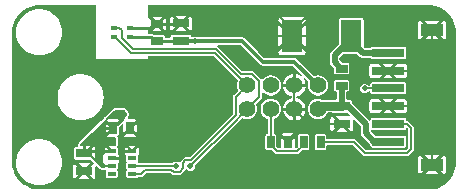
<source format=gbr>
%TF.GenerationSoftware,KiCad,Pcbnew,8.0.3*%
%TF.CreationDate,2024-07-01T09:22:30+07:00*%
%TF.ProjectId,WeatherStation,57656174-6865-4725-9374-6174696f6e2e,rev?*%
%TF.SameCoordinates,Original*%
%TF.FileFunction,Copper,L1,Top*%
%TF.FilePolarity,Positive*%
%FSLAX46Y46*%
G04 Gerber Fmt 4.6, Leading zero omitted, Abs format (unit mm)*
G04 Created by KiCad (PCBNEW 8.0.3) date 2024-07-01 09:22:30*
%MOMM*%
%LPD*%
G01*
G04 APERTURE LIST*
%TA.AperFunction,SMDPad,CuDef*%
%ADD10R,0.650000X1.000000*%
%TD*%
%TA.AperFunction,SMDPad,CuDef*%
%ADD11R,0.500000X0.300000*%
%TD*%
%TA.AperFunction,SMDPad,CuDef*%
%ADD12R,1.400000X0.800000*%
%TD*%
%TA.AperFunction,SMDPad,CuDef*%
%ADD13R,1.800000X2.700000*%
%TD*%
%TA.AperFunction,SMDPad,CuDef*%
%ADD14R,1.000000X0.650000*%
%TD*%
%TA.AperFunction,SMDPad,CuDef*%
%ADD15R,2.700000X0.700000*%
%TD*%
%TA.AperFunction,SMDPad,CuDef*%
%ADD16R,1.900000X1.100000*%
%TD*%
%TA.AperFunction,SMDPad,CuDef*%
%ADD17R,0.700000X0.350000*%
%TD*%
%TA.AperFunction,ComponentPad*%
%ADD18C,1.400000*%
%TD*%
%TA.AperFunction,ViaPad*%
%ADD19C,0.480000*%
%TD*%
%TA.AperFunction,Conductor*%
%ADD20C,0.160000*%
%TD*%
%TA.AperFunction,Conductor*%
%ADD21C,0.250000*%
%TD*%
%TA.AperFunction,Conductor*%
%ADD22C,0.500000*%
%TD*%
%TA.AperFunction,Conductor*%
%ADD23C,0.750000*%
%TD*%
%TA.AperFunction,Conductor*%
%ADD24C,0.320000*%
%TD*%
G04 APERTURE END LIST*
D10*
%TO.P,C69,1,1*%
%TO.N,/SENSORS/VOUT*%
X213475001Y-117900001D03*
%TO.P,C69,2,2*%
%TO.N,GND1*%
X214925001Y-117900001D03*
%TD*%
D11*
%TO.P,U12,1,SDA*%
%TO.N,/SENSORS/SDA1*%
X200175000Y-108200001D03*
%TO.P,U12,2,SCL*%
%TO.N,/SENSORS/SCL1*%
X200175000Y-109000001D03*
%TO.P,U12,3,VDD*%
%TO.N,VSEN1*%
X201575000Y-109000001D03*
%TO.P,U12,4,GND*%
%TO.N,GND1*%
X201575000Y-108200001D03*
%TD*%
D12*
%TO.P,C63,1,1*%
%TO.N,VDD1*%
X219475002Y-114850000D03*
%TO.P,C63,2,2*%
%TO.N,GND1*%
X219475002Y-116350000D03*
%TD*%
D13*
%TO.P,C65,+,+*%
%TO.N,Net-(U11-VLED)*%
X220275002Y-108900000D03*
%TO.P,C65,-,-*%
%TO.N,GND1*%
X215275002Y-108900000D03*
%TD*%
D14*
%TO.P,C66,1,1*%
%TO.N,VSEN1*%
X203875000Y-109324999D03*
%TO.P,C66,2,2*%
%TO.N,GND1*%
X203875000Y-107875001D03*
%TD*%
D10*
%TO.P,R36,1,1*%
%TO.N,/SENSORS/VOUT*%
X216250001Y-117900001D03*
%TO.P,R36,2,2*%
%TO.N,Net-(U11-VOUT)*%
X217700001Y-117900001D03*
%TD*%
D15*
%TO.P,U11,1,VLED*%
%TO.N,Net-(U11-VLED)*%
X223425002Y-110350000D03*
%TO.P,U11,2,LED_GND*%
%TO.N,GND1*%
X223425002Y-111850000D03*
%TO.P,U11,3,~{LED_EN}*%
%TO.N,/SENSORS/~{LED_EN}*%
X223425002Y-113350000D03*
%TO.P,U11,4,GND*%
%TO.N,GND1*%
X223425002Y-114850000D03*
%TO.P,U11,5,VOUT*%
%TO.N,Net-(U11-VOUT)*%
X223425002Y-116350000D03*
%TO.P,U11,6,VCC*%
%TO.N,VDD1*%
X223425002Y-117850000D03*
D16*
%TO.P,U11,7,EP*%
%TO.N,GND1*%
X227125002Y-119800000D03*
%TO.P,U11,8,EP*%
X227125002Y-108400000D03*
%TD*%
D12*
%TO.P,C67,1,1*%
%TO.N,VSEN1*%
X205875000Y-109350000D03*
%TO.P,C67,2,2*%
%TO.N,GND1*%
X205875000Y-107850000D03*
%TD*%
D17*
%TO.P,U14,1,GND*%
%TO.N,GND1*%
X201750000Y-118625000D03*
%TO.P,U14,2,CSB*%
%TO.N,unconnected-(U14-CSB-Pad2)*%
X201750000Y-119275001D03*
%TO.P,U14,3,SDI/SDA*%
%TO.N,/SENSORS/SDA1*%
X201750000Y-119925001D03*
%TO.P,U14,4,SCK/SCL*%
%TO.N,/SENSORS/SCL1*%
X201750000Y-120575002D03*
%TO.P,U14,5,SDO*%
%TO.N,unconnected-(U14-SDO-Pad5)*%
X200000000Y-120575002D03*
%TO.P,U14,6,VDDIO*%
%TO.N,VSEN1*%
X200000000Y-119925001D03*
%TO.P,U14,7,GND*%
%TO.N,GND1*%
X200000000Y-119275001D03*
%TO.P,U14,8,VDD*%
%TO.N,VSEN1*%
X200000000Y-118625000D03*
%TD*%
D10*
%TO.P,C74,1,1*%
%TO.N,VSEN1*%
X200125001Y-116700001D03*
%TO.P,C74,2,2*%
%TO.N,GND1*%
X201574999Y-116700001D03*
%TD*%
D12*
%TO.P,C75,1,1*%
%TO.N,VSEN1*%
X197675000Y-118850001D03*
%TO.P,C75,2,2*%
%TO.N,GND1*%
X197675000Y-120350001D03*
%TD*%
D14*
%TO.P,R33,1,1*%
%TO.N,VDD1*%
X219475002Y-113124999D03*
%TO.P,R33,2,2*%
%TO.N,Net-(U11-VLED)*%
X219475002Y-111675001D03*
%TD*%
D18*
%TO.P,J6,1,1*%
%TO.N,VSEN1*%
X217475001Y-113100001D03*
%TO.P,J6,2,2*%
%TO.N,VDD1*%
X217475001Y-115100001D03*
%TO.P,J6,3,3*%
%TO.N,GND1*%
X215475001Y-113100001D03*
%TO.P,J6,4,4*%
X215475001Y-115100001D03*
%TO.P,J6,5,5*%
%TO.N,/SENSORS/~{LED_EN}*%
X213475001Y-113100001D03*
%TO.P,J6,6,6*%
%TO.N,/SENSORS/VOUT*%
X213475001Y-115100001D03*
%TO.P,J6,7,7*%
%TO.N,/SENSORS/SCL1*%
X211475001Y-113100001D03*
%TO.P,J6,8,8*%
%TO.N,/SENSORS/SDA1*%
X211475001Y-115100001D03*
%TD*%
D19*
%TO.N,GND1*%
X207375000Y-116850000D03*
X216675002Y-109900000D03*
X213875002Y-109900000D03*
X228125002Y-118300000D03*
X200875000Y-121000001D03*
X197375000Y-111350000D03*
X212750000Y-120575002D03*
X220375000Y-117350000D03*
X216675002Y-108900000D03*
X207375000Y-107850000D03*
X207750000Y-120575002D03*
X217750000Y-120575002D03*
X204375000Y-113850000D03*
X213875002Y-108900000D03*
X209875000Y-107850000D03*
X199875000Y-111350000D03*
X207375000Y-113850000D03*
X200875000Y-119600001D03*
X215250000Y-120575002D03*
X228125002Y-113300000D03*
X228125002Y-110800000D03*
X220250000Y-120575002D03*
X222375000Y-107850000D03*
X204375000Y-116850000D03*
X197375000Y-116850000D03*
X216675002Y-107900000D03*
X225250000Y-120575002D03*
X210375000Y-110350000D03*
X210250000Y-120575002D03*
X193875000Y-116850000D03*
X212375000Y-107850000D03*
X228125002Y-115800000D03*
X222750000Y-120575002D03*
X224875000Y-107850000D03*
X193875000Y-113850000D03*
X197375000Y-108850000D03*
X200875000Y-118100001D03*
X210875000Y-116850000D03*
X207375000Y-111350000D03*
X193875000Y-111350000D03*
X202375000Y-111350000D03*
X213875002Y-107900000D03*
%TO.N,VSEN1*%
X207100004Y-109350000D03*
X200950003Y-115500001D03*
%TO.N,/SENSORS/SDA1*%
X205450000Y-119925001D03*
X206650000Y-119925001D03*
%TO.N,/SENSORS/~{LED_EN}*%
X221425002Y-113350000D03*
%TD*%
D20*
%TO.N,GND1*%
X220250000Y-120575002D02*
X222750000Y-120575002D01*
X217750000Y-120575002D02*
X219975000Y-120575002D01*
X200900000Y-119225001D02*
X200900000Y-117375000D01*
X216725000Y-116350000D02*
X216725000Y-116575000D01*
X216950001Y-120575002D02*
X217750000Y-120575002D01*
X215475001Y-113100001D02*
X215475001Y-115100001D01*
X216300002Y-116350000D02*
X216750001Y-116350000D01*
X216675002Y-108900000D02*
X213875002Y-108900000D01*
X212750000Y-120575002D02*
X210250000Y-120575002D01*
X225325002Y-106600000D02*
X217175002Y-106600000D01*
D21*
X200000000Y-119275001D02*
X200900000Y-119275001D01*
D20*
X225525002Y-111850000D02*
X225875002Y-112200000D01*
X213875002Y-108900000D02*
X213875002Y-107900000D01*
X215250000Y-120575002D02*
X212750000Y-120575002D01*
X225250000Y-120575002D02*
X226350000Y-120575002D01*
D21*
X203875000Y-107875001D02*
X205849999Y-107875001D01*
D20*
X227125002Y-108400000D02*
X227125002Y-110250000D01*
X226350000Y-120575002D02*
X227125002Y-119800000D01*
X216750001Y-116350000D02*
X216725000Y-116350000D01*
X223425002Y-111850000D02*
X225525002Y-111850000D01*
X215475001Y-109099999D02*
X215275002Y-108900000D01*
X216950001Y-116800001D02*
X216950001Y-120575002D01*
X217175002Y-106600000D02*
X215275002Y-108500000D01*
X200900000Y-119225001D02*
X200900000Y-118625001D01*
D21*
X203274900Y-108200001D02*
X203599900Y-107875001D01*
D20*
X216725000Y-116350000D02*
X215475001Y-115100001D01*
X206675000Y-107050000D02*
X205875000Y-107850000D01*
X215275002Y-108500000D02*
X215275002Y-108900000D01*
X205849999Y-107875001D02*
X205875000Y-107850000D01*
X222750000Y-120575002D02*
X225250000Y-120575002D01*
X214025002Y-107050000D02*
X206675000Y-107050000D01*
X219975000Y-120575002D02*
X220250000Y-120575002D01*
X225125002Y-114850000D02*
X227125002Y-116850000D01*
X210250000Y-120575002D02*
X207750000Y-120575002D01*
X201575000Y-108200001D02*
X201675000Y-108200001D01*
X227125002Y-116850000D02*
X227125002Y-119800000D01*
X225875002Y-114100000D02*
X225125002Y-114850000D01*
X219475002Y-116350000D02*
X216750001Y-116350000D01*
X201749999Y-118625001D02*
X201750000Y-118625000D01*
X225125002Y-114850000D02*
X223425002Y-114850000D01*
X215275002Y-108900000D02*
X216675002Y-108900000D01*
X200900000Y-117375000D02*
X201574999Y-116700001D01*
X214925001Y-117900001D02*
X214925001Y-117725001D01*
X200900000Y-119275001D02*
X200900000Y-119225001D01*
X227125002Y-110250000D02*
X225525002Y-111850000D01*
X215275002Y-108900000D02*
X215275002Y-108300000D01*
X215275002Y-108300000D02*
X214025002Y-107050000D01*
X214925001Y-117725001D02*
X216300002Y-116350000D01*
X227125002Y-108400000D02*
X225325002Y-106600000D01*
D21*
X200900000Y-118625001D02*
X201749999Y-118625001D01*
D20*
X225875002Y-112200000D02*
X225875002Y-114100000D01*
D21*
X203599900Y-107875001D02*
X203875000Y-107875001D01*
D20*
X219975000Y-120575002D02*
X215250000Y-120575002D01*
D21*
X201675000Y-108200001D02*
X203274900Y-108200001D01*
D20*
X216725000Y-116575000D02*
X216950001Y-116800001D01*
D22*
%TO.N,VDD1*%
X219475002Y-114850000D02*
X219475002Y-113124999D01*
X222224901Y-117850000D02*
X221524901Y-117150000D01*
X221524901Y-116375000D02*
X219999901Y-114850000D01*
X221524901Y-117150000D02*
X221524901Y-116375000D01*
X223425002Y-117850000D02*
X222224901Y-117850000D01*
D23*
X219475002Y-114850000D02*
X217725002Y-114850000D01*
D22*
X219999901Y-114850000D02*
X219475002Y-114850000D01*
D23*
X217725002Y-114850000D02*
X217475001Y-115100001D01*
D22*
%TO.N,Net-(U11-VLED)*%
X218874901Y-110550000D02*
X220275002Y-109149899D01*
X220275002Y-109350101D02*
X220275002Y-108900000D01*
X219449902Y-111675001D02*
X218874901Y-111100000D01*
X219475002Y-111675001D02*
X219449902Y-111675001D01*
X223425002Y-110350000D02*
X221274901Y-110350000D01*
X220275002Y-109149899D02*
X220275002Y-108900000D01*
X218874901Y-111100000D02*
X218874901Y-110550000D01*
X221274901Y-110350000D02*
X220275002Y-109350101D01*
D21*
%TO.N,VSEN1*%
X200449998Y-116325003D02*
X200950003Y-115824998D01*
X201675000Y-109000001D02*
X203324902Y-109000001D01*
D20*
X198025000Y-118850001D02*
X197675000Y-118850001D01*
X199100000Y-119925001D02*
X198025000Y-118850001D01*
X200125001Y-116700001D02*
X200125001Y-116325003D01*
X200000000Y-119925001D02*
X199100000Y-119925001D01*
D24*
X211074901Y-109350000D02*
X212824901Y-111100000D01*
D20*
X205849999Y-109324999D02*
X205875000Y-109350000D01*
D24*
X207100004Y-109350000D02*
X211074901Y-109350000D01*
D21*
X200000000Y-118625000D02*
X197900001Y-118625000D01*
D20*
X201575000Y-109000001D02*
X201675000Y-109000001D01*
D24*
X212824901Y-111100000D02*
X215475000Y-111100000D01*
D20*
X197900001Y-118625000D02*
X197675000Y-118850001D01*
D24*
X215475000Y-111100000D02*
X217475001Y-113100001D01*
D21*
X200950003Y-115824998D02*
X200950003Y-115500001D01*
X203649900Y-109324999D02*
X203875000Y-109324999D01*
X197675000Y-118850001D02*
X197675000Y-118150001D01*
X199125000Y-116700001D02*
X200125001Y-116700001D01*
D24*
X207100004Y-109350000D02*
X205875000Y-109350000D01*
D21*
X203875000Y-109324999D02*
X205849999Y-109324999D01*
X197675000Y-118150001D02*
X199125000Y-116700001D01*
X200125001Y-116325003D02*
X200449998Y-116325003D01*
X203324902Y-109000001D02*
X203649900Y-109324999D01*
D20*
%TO.N,/SENSORS/VOUT*%
X213990001Y-118640001D02*
X213475001Y-118125001D01*
X215735001Y-118640001D02*
X213990001Y-118640001D01*
X213475001Y-117900001D02*
X213475001Y-115100001D01*
X213475001Y-118125001D02*
X213475001Y-117900001D01*
X216250001Y-117900001D02*
X216250001Y-118125001D01*
X216250001Y-118125001D02*
X215735001Y-118640001D01*
%TO.N,Net-(U11-VOUT)*%
X221450001Y-118800001D02*
X220550001Y-117900001D01*
X223425002Y-116350000D02*
X225000000Y-116350000D01*
X220550001Y-117900001D02*
X217700001Y-117900001D01*
X225350001Y-118500001D02*
X225050001Y-118800001D01*
X225000000Y-116350000D02*
X225350001Y-116700001D01*
X225050001Y-118800001D02*
X221450001Y-118800001D01*
X225350001Y-116700001D02*
X225350001Y-118500001D01*
%TO.N,/SENSORS/SCL1*%
X206697452Y-119425001D02*
X210524901Y-115597552D01*
X202850000Y-120245001D02*
X205070000Y-120245001D01*
X205070000Y-120245001D02*
X205250000Y-120425001D01*
X200175000Y-109000001D02*
X200275000Y-109000001D01*
X206050000Y-119625001D02*
X206250000Y-119425001D01*
X208725000Y-110350000D02*
X211475001Y-113100001D01*
X201750000Y-120575002D02*
X202519999Y-120575002D01*
X202519999Y-120575002D02*
X202850000Y-120245001D01*
X205250000Y-120425001D02*
X205750000Y-120425001D01*
X201624999Y-110350000D02*
X208725000Y-110350000D01*
X210524901Y-115597552D02*
X210524901Y-114050101D01*
X210524901Y-114050101D02*
X211475001Y-113100001D01*
X206050000Y-120125001D02*
X206050000Y-119625001D01*
X206250000Y-119425001D02*
X206697452Y-119425001D01*
X205750000Y-120425001D02*
X206050000Y-120125001D01*
X200275000Y-109000001D02*
X201624999Y-110350000D01*
%TO.N,/SENSORS/SDA1*%
X212475001Y-114100001D02*
X212475001Y-112700001D01*
X201799999Y-110025000D02*
X200850000Y-109075001D01*
X210000000Y-116575001D02*
X207575001Y-119000001D01*
X200850000Y-109075001D02*
X200850000Y-108400000D01*
X212475001Y-112700001D02*
X211925000Y-112150000D01*
X200650001Y-108200001D02*
X200175000Y-108200001D01*
X200850000Y-108400000D02*
X200650001Y-108200001D01*
X211475001Y-115100001D02*
X210000000Y-116575001D01*
X206650000Y-119925001D02*
X210000000Y-116575001D01*
X208852548Y-110025000D02*
X201799999Y-110025000D01*
X211475001Y-115100001D02*
X212475001Y-114100001D01*
X201750000Y-119925001D02*
X205450000Y-119925001D01*
X210977548Y-112150000D02*
X208852548Y-110025000D01*
X211925000Y-112150000D02*
X210977548Y-112150000D01*
%TO.N,/SENSORS/~{LED_EN}*%
X223425002Y-113350000D02*
X221425002Y-113350000D01*
%TD*%
%TA.AperFunction,Conductor*%
%TO.N,VSEN1*%
G36*
X201093058Y-115218483D02*
G01*
X201098139Y-115223140D01*
X201251861Y-115376862D01*
X201274699Y-115425838D01*
X201275000Y-115432723D01*
X201275000Y-115667278D01*
X201256518Y-115718058D01*
X201251861Y-115723139D01*
X200743002Y-116231997D01*
X200743000Y-116232000D01*
X200350000Y-116625001D01*
X200350000Y-116651779D01*
X200125001Y-116876778D01*
X200125001Y-116876779D01*
X199620826Y-117380951D01*
X199702457Y-117435496D01*
X199702455Y-117435496D01*
X199775377Y-117450001D01*
X200271000Y-117450001D01*
X200321780Y-117468483D01*
X200348800Y-117515283D01*
X200350000Y-117529001D01*
X200350000Y-118121000D01*
X200331518Y-118171780D01*
X200284718Y-118198800D01*
X200271000Y-118200000D01*
X199751776Y-118200000D01*
X200120915Y-118569139D01*
X200143753Y-118618115D01*
X200129767Y-118670313D01*
X200120915Y-118680861D01*
X200055861Y-118745915D01*
X200006885Y-118768753D01*
X199954687Y-118754767D01*
X199944139Y-118745915D01*
X199469049Y-118270825D01*
X199469047Y-118270825D01*
X199414505Y-118352454D01*
X199414504Y-118352455D01*
X199400000Y-118425376D01*
X199400000Y-118824623D01*
X199400120Y-118825227D01*
X199400082Y-118825468D01*
X199400380Y-118828485D01*
X199399606Y-118828561D01*
X199391899Y-118878637D01*
X199378500Y-118896500D01*
X199275000Y-118999999D01*
X199275000Y-119000001D01*
X199275000Y-119600001D01*
X199376861Y-119701862D01*
X199399699Y-119750837D01*
X199400000Y-119757723D01*
X199400000Y-120021001D01*
X199381518Y-120071781D01*
X199334718Y-120098801D01*
X199321000Y-120100001D01*
X199257722Y-120100001D01*
X199206942Y-120081519D01*
X199201861Y-120076862D01*
X198601084Y-119476085D01*
X198578246Y-119427109D01*
X198591260Y-119376333D01*
X198610494Y-119347548D01*
X198610495Y-119347546D01*
X198625000Y-119274624D01*
X198625000Y-118425377D01*
X198610495Y-118352455D01*
X198610494Y-118352454D01*
X198555240Y-118269761D01*
X198481372Y-118220404D01*
X198481370Y-118220404D01*
X197730860Y-118970916D01*
X197681884Y-118993754D01*
X197629687Y-118979768D01*
X197619138Y-118970916D01*
X197554084Y-118905862D01*
X197531246Y-118856886D01*
X197545232Y-118804688D01*
X197554084Y-118794140D01*
X198148224Y-118200001D01*
X197415722Y-118200001D01*
X197364942Y-118181519D01*
X197337922Y-118134719D01*
X197347306Y-118081501D01*
X197359861Y-118065140D01*
X198326777Y-117098224D01*
X199550001Y-117098224D01*
X199948224Y-116700002D01*
X199948224Y-116700000D01*
X199550001Y-116301777D01*
X199550001Y-117098224D01*
X198326777Y-117098224D01*
X199405951Y-116019049D01*
X199620825Y-116019049D01*
X200125000Y-116523224D01*
X200125002Y-116523224D01*
X200629174Y-116019050D01*
X200629174Y-116019048D01*
X200547547Y-115964506D01*
X200547546Y-115964505D01*
X200474625Y-115950001D01*
X199775377Y-115950001D01*
X199702456Y-115964505D01*
X199702456Y-115964506D01*
X199640187Y-116006112D01*
X199621653Y-116010646D01*
X199620825Y-116019049D01*
X199405951Y-116019049D01*
X199488180Y-115936820D01*
X199525032Y-115919635D01*
X199532589Y-115893711D01*
X199540437Y-115884564D01*
X200201861Y-115223140D01*
X200250837Y-115200302D01*
X200257722Y-115200001D01*
X201042278Y-115200001D01*
X201093058Y-115218483D01*
G37*
%TD.AperFunction*%
%TD*%
%TA.AperFunction,Conductor*%
%TO.N,GND1*%
G36*
X198646780Y-106318982D02*
G01*
X198673800Y-106365782D01*
X198675000Y-106379500D01*
X198675000Y-110900001D01*
X203075000Y-110900001D01*
X203075000Y-110669500D01*
X203093482Y-110618720D01*
X203140282Y-110591700D01*
X203154000Y-110590500D01*
X208592659Y-110590500D01*
X208643439Y-110608982D01*
X208648520Y-110613639D01*
X210677715Y-112642833D01*
X210700553Y-112691809D01*
X210690272Y-112738191D01*
X210684564Y-112748076D01*
X210684562Y-112748083D01*
X210628671Y-112920097D01*
X210628669Y-112920106D01*
X210609761Y-113099999D01*
X210609761Y-113100002D01*
X210628669Y-113279895D01*
X210628671Y-113279904D01*
X210684562Y-113451918D01*
X210684565Y-113451926D01*
X210690269Y-113461806D01*
X210699653Y-113515023D01*
X210677715Y-113557166D01*
X210321015Y-113913867D01*
X210317277Y-113922893D01*
X210284401Y-114002263D01*
X210284401Y-114002264D01*
X210284401Y-115465211D01*
X210265919Y-115515991D01*
X210261262Y-115521072D01*
X206620972Y-119161362D01*
X206571996Y-119184200D01*
X206565111Y-119184501D01*
X206297839Y-119184501D01*
X206202162Y-119184501D01*
X206155360Y-119203887D01*
X206113769Y-119221114D01*
X206113768Y-119221115D01*
X205846114Y-119488767D01*
X205846112Y-119488770D01*
X205816230Y-119560910D01*
X205816231Y-119560911D01*
X205813466Y-119567588D01*
X205776961Y-119607434D01*
X205723385Y-119614492D01*
X205694711Y-119598761D01*
X205693372Y-119600605D01*
X205688340Y-119596949D01*
X205575306Y-119539355D01*
X205575302Y-119539354D01*
X205450002Y-119519509D01*
X205449998Y-119519509D01*
X205324697Y-119539354D01*
X205324693Y-119539355D01*
X205211659Y-119596949D01*
X205194117Y-119614492D01*
X205147246Y-119661362D01*
X205098272Y-119684200D01*
X205091386Y-119684501D01*
X202291492Y-119684501D01*
X202240712Y-119666019D01*
X202225808Y-119649394D01*
X202222132Y-119643893D01*
X202209285Y-119591403D01*
X202222130Y-119556112D01*
X202251187Y-119512625D01*
X202260500Y-119465807D01*
X202260500Y-119084195D01*
X202254765Y-119055366D01*
X202262985Y-119001958D01*
X202276389Y-118984091D01*
X202280239Y-118980240D01*
X202335494Y-118897546D01*
X202335495Y-118897545D01*
X202350000Y-118824623D01*
X202350000Y-118425376D01*
X202335495Y-118352455D01*
X202280950Y-118270825D01*
X202280949Y-118270825D01*
X201805860Y-118745915D01*
X201756884Y-118768753D01*
X201704686Y-118754767D01*
X201694138Y-118745915D01*
X201219049Y-118270825D01*
X201219047Y-118270825D01*
X201164505Y-118352454D01*
X201164504Y-118352455D01*
X201150000Y-118425376D01*
X201150000Y-118824623D01*
X201164504Y-118897545D01*
X201164505Y-118897546D01*
X201219760Y-118980240D01*
X201223610Y-118984090D01*
X201246451Y-119033064D01*
X201245234Y-119055365D01*
X201239500Y-119084194D01*
X201239500Y-119465806D01*
X201248812Y-119512624D01*
X201277869Y-119556112D01*
X201290712Y-119608603D01*
X201277869Y-119643890D01*
X201248812Y-119687377D01*
X201239500Y-119734195D01*
X201239500Y-120115806D01*
X201248812Y-120162624D01*
X201255638Y-120172840D01*
X201277869Y-120206111D01*
X201290713Y-120258600D01*
X201277870Y-120293888D01*
X201248813Y-120337376D01*
X201248812Y-120337378D01*
X201239500Y-120384196D01*
X201239500Y-120765807D01*
X201248812Y-120812625D01*
X201284285Y-120865716D01*
X201306509Y-120880565D01*
X201337376Y-120901189D01*
X201384194Y-120910502D01*
X202115806Y-120910502D01*
X202162624Y-120901189D01*
X202215714Y-120865716D01*
X202225805Y-120850612D01*
X202269384Y-120818658D01*
X202291492Y-120815502D01*
X202567836Y-120815502D01*
X202567838Y-120815502D01*
X202656232Y-120778888D01*
X202926480Y-120508639D01*
X202975456Y-120485802D01*
X202982341Y-120485501D01*
X204937658Y-120485501D01*
X204988438Y-120503983D01*
X204993519Y-120508639D01*
X205046100Y-120561219D01*
X205046114Y-120561233D01*
X205113768Y-120628887D01*
X205202162Y-120665501D01*
X205202164Y-120665501D01*
X205797837Y-120665501D01*
X205797839Y-120665501D01*
X205886233Y-120628887D01*
X205915121Y-120599999D01*
X226501778Y-120599999D01*
X226501779Y-120600000D01*
X227748225Y-120600000D01*
X227748225Y-120599999D01*
X227125003Y-119976777D01*
X227125001Y-119976777D01*
X226501778Y-120599999D01*
X205915121Y-120599999D01*
X206253886Y-120261234D01*
X206257247Y-120253120D01*
X206293754Y-120213277D01*
X206347330Y-120206222D01*
X206386095Y-120227489D01*
X206411656Y-120253050D01*
X206411659Y-120253052D01*
X206524693Y-120310646D01*
X206524695Y-120310646D01*
X206524696Y-120310647D01*
X206566464Y-120317262D01*
X206649998Y-120330493D01*
X206650000Y-120330493D01*
X206650002Y-120330493D01*
X206712652Y-120320570D01*
X206775304Y-120310647D01*
X206888342Y-120253051D01*
X206978050Y-120163343D01*
X207035646Y-120050305D01*
X207054691Y-119930061D01*
X207055492Y-119925003D01*
X207055492Y-119925001D01*
X207052850Y-119908324D01*
X207063160Y-119855277D01*
X207075012Y-119840106D01*
X207689741Y-119225376D01*
X225925002Y-119225376D01*
X225925002Y-120374623D01*
X225939506Y-120447545D01*
X225939507Y-120447546D01*
X225994761Y-120530240D01*
X226077456Y-120585494D01*
X226077458Y-120585495D01*
X226148584Y-120599641D01*
X226948225Y-119800001D01*
X226948225Y-119799998D01*
X227301778Y-119799998D01*
X227301778Y-119800001D01*
X228101419Y-120599642D01*
X228172545Y-120585495D01*
X228172547Y-120585494D01*
X228255242Y-120530240D01*
X228310496Y-120447546D01*
X228310497Y-120447545D01*
X228325002Y-120374623D01*
X228325002Y-119225376D01*
X228310497Y-119152454D01*
X228310496Y-119152453D01*
X228255242Y-119069759D01*
X228172548Y-119014505D01*
X228101419Y-119000356D01*
X227301778Y-119799998D01*
X226948225Y-119799998D01*
X226148583Y-119000356D01*
X226077456Y-119014505D01*
X226077455Y-119014505D01*
X225994761Y-119069759D01*
X225939507Y-119152453D01*
X225939506Y-119152454D01*
X225925002Y-119225376D01*
X207689741Y-119225376D01*
X207700119Y-119214998D01*
X207700128Y-119214993D01*
X207711234Y-119203887D01*
X210203886Y-116711234D01*
X211020193Y-115894925D01*
X211069167Y-115872089D01*
X211108183Y-115878617D01*
X211207627Y-115922893D01*
X211384559Y-115960501D01*
X211384563Y-115960501D01*
X211565439Y-115960501D01*
X211565443Y-115960501D01*
X211742375Y-115922893D01*
X211907621Y-115849321D01*
X212051133Y-115745054D01*
X212053956Y-115743003D01*
X212053956Y-115743002D01*
X212053960Y-115743000D01*
X212174995Y-115608576D01*
X212265437Y-115451926D01*
X212321333Y-115279895D01*
X212339598Y-115106118D01*
X212340241Y-115100002D01*
X212340241Y-115099999D01*
X212609761Y-115099999D01*
X212609761Y-115100002D01*
X212628669Y-115279895D01*
X212628671Y-115279904D01*
X212684562Y-115451918D01*
X212684565Y-115451926D01*
X212736781Y-115542367D01*
X212749928Y-115565139D01*
X212775007Y-115608576D01*
X212896042Y-115743000D01*
X212896043Y-115743001D01*
X212896045Y-115743003D01*
X213042375Y-115849317D01*
X213042381Y-115849321D01*
X213187633Y-115913991D01*
X213226506Y-115951530D01*
X213234501Y-115986161D01*
X213234501Y-117160501D01*
X213216019Y-117211281D01*
X213169219Y-117238301D01*
X213155501Y-117239501D01*
X213134195Y-117239501D01*
X213087377Y-117248813D01*
X213034286Y-117284286D01*
X212998813Y-117337377D01*
X212989501Y-117384195D01*
X212989501Y-118415806D01*
X212998813Y-118462624D01*
X213034286Y-118515715D01*
X213060832Y-118533451D01*
X213087377Y-118551188D01*
X213134195Y-118560501D01*
X213537660Y-118560501D01*
X213588440Y-118578983D01*
X213593510Y-118583629D01*
X213853768Y-118843887D01*
X213942162Y-118880501D01*
X213942163Y-118880501D01*
X213942164Y-118880501D01*
X215782838Y-118880501D01*
X215782840Y-118880501D01*
X215871234Y-118843887D01*
X216131481Y-118583639D01*
X216180457Y-118560802D01*
X216187342Y-118560501D01*
X216590807Y-118560501D01*
X216637625Y-118551188D01*
X216690715Y-118515715D01*
X216726188Y-118462625D01*
X216735501Y-118415807D01*
X216735501Y-117384195D01*
X216726188Y-117337377D01*
X216690715Y-117284286D01*
X216650985Y-117257741D01*
X216637625Y-117248814D01*
X216637624Y-117248813D01*
X216590807Y-117239501D01*
X215909195Y-117239501D01*
X215862377Y-117248813D01*
X215809286Y-117284286D01*
X215773813Y-117337377D01*
X215764501Y-117384195D01*
X215764501Y-118237660D01*
X215746019Y-118288440D01*
X215741362Y-118293521D01*
X215658521Y-118376362D01*
X215609545Y-118399200D01*
X215602660Y-118399501D01*
X215579001Y-118399501D01*
X215528221Y-118381019D01*
X215501201Y-118334219D01*
X215500001Y-118320501D01*
X215500001Y-117501777D01*
X215500000Y-117501777D01*
X214980862Y-118020916D01*
X214931886Y-118043754D01*
X214879688Y-118029768D01*
X214869140Y-118020916D01*
X214350001Y-117501777D01*
X214350001Y-118320501D01*
X214331519Y-118371281D01*
X214284719Y-118398301D01*
X214271001Y-118399501D01*
X214122342Y-118399501D01*
X214071562Y-118381019D01*
X214066481Y-118376362D01*
X213983640Y-118293521D01*
X213960802Y-118244545D01*
X213960501Y-118237660D01*
X213960501Y-117384195D01*
X213951188Y-117337377D01*
X213915715Y-117284286D01*
X213875985Y-117257741D01*
X213862625Y-117248814D01*
X213862624Y-117248813D01*
X213815807Y-117239501D01*
X213794501Y-117239501D01*
X213743721Y-117221019D01*
X213742583Y-117219048D01*
X214420826Y-117219048D01*
X214420826Y-117219050D01*
X214925000Y-117723224D01*
X214925002Y-117723224D01*
X215429174Y-117219050D01*
X215429174Y-117219048D01*
X215347547Y-117164506D01*
X215347546Y-117164505D01*
X215274625Y-117150001D01*
X214575377Y-117150001D01*
X214502456Y-117164505D01*
X214502455Y-117164506D01*
X214420826Y-117219048D01*
X213742583Y-117219048D01*
X213716701Y-117174219D01*
X213715501Y-117160501D01*
X213715501Y-116999999D01*
X219001778Y-116999999D01*
X219001779Y-117000000D01*
X219948225Y-117000000D01*
X219948225Y-116999999D01*
X219475003Y-116526777D01*
X219475001Y-116526777D01*
X219001778Y-116999999D01*
X213715501Y-116999999D01*
X213715501Y-115986161D01*
X213733983Y-115935381D01*
X213762369Y-115913991D01*
X213907621Y-115849321D01*
X214051133Y-115745054D01*
X214053956Y-115743003D01*
X214053956Y-115743002D01*
X214053960Y-115743000D01*
X214174995Y-115608576D01*
X214265437Y-115451926D01*
X214321333Y-115279895D01*
X214339598Y-115106118D01*
X214340241Y-115100002D01*
X214340241Y-115099999D01*
X214333373Y-115034658D01*
X214321333Y-114920107D01*
X214318808Y-114912337D01*
X214265439Y-114748083D01*
X214265437Y-114748076D01*
X214174995Y-114591426D01*
X214053960Y-114457002D01*
X214053957Y-114457000D01*
X214053956Y-114456998D01*
X213907626Y-114350684D01*
X213907623Y-114350682D01*
X213907621Y-114350681D01*
X213826357Y-114314500D01*
X213742378Y-114277110D01*
X213742373Y-114277108D01*
X213667905Y-114261280D01*
X213565443Y-114239501D01*
X213384559Y-114239501D01*
X213305392Y-114256328D01*
X213207628Y-114277108D01*
X213207623Y-114277110D01*
X213042385Y-114350679D01*
X213042375Y-114350684D01*
X212896045Y-114456998D01*
X212896042Y-114457002D01*
X212775006Y-114591426D01*
X212684565Y-114748076D01*
X212684562Y-114748083D01*
X212628671Y-114920097D01*
X212628669Y-114920106D01*
X212609761Y-115099999D01*
X212340241Y-115099999D01*
X212333373Y-115034658D01*
X212321333Y-114920107D01*
X212318808Y-114912337D01*
X212265439Y-114748083D01*
X212265437Y-114748076D01*
X212259732Y-114738194D01*
X212250347Y-114684976D01*
X212272283Y-114642835D01*
X212678887Y-114236233D01*
X212715501Y-114147839D01*
X212715501Y-114052162D01*
X212715501Y-113748290D01*
X212733983Y-113697510D01*
X212780783Y-113670490D01*
X212834001Y-113679874D01*
X212853207Y-113695426D01*
X212896042Y-113743000D01*
X212896043Y-113743001D01*
X212896045Y-113743003D01*
X213042375Y-113849317D01*
X213042381Y-113849321D01*
X213207627Y-113922893D01*
X213384559Y-113960501D01*
X213384563Y-113960501D01*
X213565439Y-113960501D01*
X213565443Y-113960501D01*
X213742375Y-113922893D01*
X213907621Y-113849321D01*
X214053960Y-113743000D01*
X214174995Y-113608576D01*
X214265437Y-113451926D01*
X214321333Y-113279895D01*
X214340241Y-113100001D01*
X214321333Y-112920107D01*
X214265437Y-112748076D01*
X214174995Y-112591426D01*
X214053960Y-112457002D01*
X214053957Y-112457000D01*
X214053956Y-112456998D01*
X213907626Y-112350684D01*
X213907623Y-112350682D01*
X213907621Y-112350681D01*
X213807906Y-112306285D01*
X213742378Y-112277110D01*
X213742373Y-112277108D01*
X213670998Y-112261937D01*
X213565443Y-112239501D01*
X213384559Y-112239501D01*
X213305392Y-112256328D01*
X213207628Y-112277108D01*
X213207623Y-112277110D01*
X213042385Y-112350679D01*
X213042375Y-112350684D01*
X212896045Y-112456998D01*
X212896041Y-112457003D01*
X212798273Y-112565585D01*
X212750559Y-112590954D01*
X212697701Y-112579719D01*
X212683704Y-112568584D01*
X212061234Y-111946114D01*
X212031768Y-111933909D01*
X211972839Y-111909500D01*
X211972838Y-111909500D01*
X211972837Y-111909500D01*
X211109888Y-111909500D01*
X211059108Y-111891018D01*
X211054027Y-111886361D01*
X208988784Y-109821116D01*
X208982310Y-109816790D01*
X208983665Y-109814761D01*
X208952254Y-109785979D01*
X208945199Y-109732403D01*
X208974234Y-109686826D01*
X209022327Y-109670500D01*
X210909424Y-109670500D01*
X210960204Y-109688982D01*
X210965285Y-109693639D01*
X212565673Y-111294027D01*
X212565678Y-111294033D01*
X212565679Y-111294033D01*
X212568435Y-111296789D01*
X212568437Y-111296792D01*
X212628109Y-111356464D01*
X212701192Y-111398659D01*
X212723034Y-111404511D01*
X212782707Y-111420501D01*
X212782708Y-111420501D01*
X212871932Y-111420501D01*
X212871948Y-111420500D01*
X215309523Y-111420500D01*
X215360303Y-111438982D01*
X215365384Y-111443639D01*
X216110064Y-112188319D01*
X216132902Y-112237295D01*
X216118916Y-112289493D01*
X216074650Y-112320488D01*
X216020816Y-112315778D01*
X216008748Y-112308183D01*
X216008577Y-112308441D01*
X216005353Y-112306287D01*
X215840306Y-112218067D01*
X215840303Y-112218065D01*
X215661240Y-112163747D01*
X215661237Y-112163746D01*
X215600001Y-112157715D01*
X215600001Y-112771148D01*
X215521079Y-112750001D01*
X215428923Y-112750001D01*
X215350001Y-112771148D01*
X215350001Y-112157715D01*
X215288764Y-112163746D01*
X215288761Y-112163747D01*
X215109698Y-112218065D01*
X215109695Y-112218067D01*
X214944652Y-112306285D01*
X214799998Y-112424998D01*
X214681285Y-112569652D01*
X214593067Y-112734695D01*
X214593065Y-112734698D01*
X214538747Y-112913761D01*
X214538746Y-112913764D01*
X214532716Y-112975001D01*
X215146148Y-112975001D01*
X215125001Y-113053923D01*
X215125001Y-113146079D01*
X215146148Y-113225001D01*
X214532716Y-113225001D01*
X214538746Y-113286237D01*
X214538747Y-113286240D01*
X214593065Y-113465303D01*
X214593067Y-113465306D01*
X214681285Y-113630349D01*
X214799998Y-113775003D01*
X214944652Y-113893716D01*
X215109695Y-113981934D01*
X215109699Y-113981936D01*
X215249692Y-114024403D01*
X215292920Y-114056830D01*
X215305191Y-114109458D01*
X215280763Y-114157660D01*
X215249692Y-114175599D01*
X215109699Y-114218065D01*
X215109695Y-114218067D01*
X214944652Y-114306285D01*
X214799998Y-114424998D01*
X214681285Y-114569652D01*
X214593067Y-114734695D01*
X214593065Y-114734698D01*
X214538747Y-114913761D01*
X214538746Y-114913764D01*
X214532716Y-114975001D01*
X215146148Y-114975001D01*
X215125001Y-115053923D01*
X215125001Y-115146079D01*
X215146148Y-115225001D01*
X214532716Y-115225001D01*
X214538746Y-115286237D01*
X214538747Y-115286240D01*
X214593065Y-115465303D01*
X214593067Y-115465306D01*
X214681285Y-115630349D01*
X214799998Y-115775003D01*
X214944652Y-115893716D01*
X215109695Y-115981934D01*
X215109701Y-115981937D01*
X215288759Y-116036253D01*
X215288766Y-116036255D01*
X215350000Y-116042285D01*
X215350001Y-116042285D01*
X215350001Y-115428853D01*
X215428923Y-115450001D01*
X215521079Y-115450001D01*
X215600001Y-115428853D01*
X215600001Y-116042285D01*
X215661235Y-116036255D01*
X215661242Y-116036253D01*
X215840300Y-115981937D01*
X215840306Y-115981934D01*
X216005349Y-115893716D01*
X216150003Y-115775003D01*
X216268716Y-115630349D01*
X216356934Y-115465306D01*
X216356936Y-115465303D01*
X216411254Y-115286240D01*
X216411255Y-115286237D01*
X216417286Y-115225001D01*
X215803854Y-115225001D01*
X215825001Y-115146079D01*
X215825001Y-115099999D01*
X216609761Y-115099999D01*
X216609761Y-115100002D01*
X216628669Y-115279895D01*
X216628671Y-115279904D01*
X216684562Y-115451918D01*
X216684565Y-115451926D01*
X216736781Y-115542367D01*
X216749928Y-115565139D01*
X216775007Y-115608576D01*
X216896042Y-115743000D01*
X216896043Y-115743001D01*
X216896045Y-115743003D01*
X217042375Y-115849317D01*
X217042381Y-115849321D01*
X217207627Y-115922893D01*
X217384559Y-115960501D01*
X217384563Y-115960501D01*
X217565439Y-115960501D01*
X217565443Y-115960501D01*
X217730693Y-115925376D01*
X218525002Y-115925376D01*
X218525002Y-116774623D01*
X218539506Y-116847545D01*
X218539507Y-116847546D01*
X218594760Y-116930238D01*
X218594761Y-116930239D01*
X218668628Y-116979595D01*
X218668630Y-116979595D01*
X219298225Y-116350001D01*
X219298225Y-116349998D01*
X218668630Y-115720403D01*
X218668628Y-115720403D01*
X218594764Y-115769758D01*
X218539506Y-115852455D01*
X218525002Y-115925376D01*
X217730693Y-115925376D01*
X217742375Y-115922893D01*
X217907621Y-115849321D01*
X218051133Y-115745054D01*
X218053956Y-115743003D01*
X218053956Y-115743002D01*
X218053960Y-115743000D01*
X218174995Y-115608576D01*
X218265437Y-115451926D01*
X218269284Y-115440087D01*
X218302554Y-115397504D01*
X218344417Y-115385500D01*
X218664936Y-115385500D01*
X218708822Y-115398811D01*
X218712378Y-115401187D01*
X218759196Y-115410500D01*
X219947144Y-115410500D01*
X219997924Y-115428982D01*
X220003005Y-115433639D01*
X220134505Y-115565139D01*
X220157343Y-115614115D01*
X220143357Y-115666313D01*
X220099091Y-115697308D01*
X220078644Y-115700000D01*
X219001778Y-115700000D01*
X219475002Y-116173223D01*
X219475003Y-116173223D01*
X220281373Y-116979595D01*
X220281374Y-116979595D01*
X220355242Y-116930239D01*
X220410496Y-116847546D01*
X220410497Y-116847545D01*
X220425002Y-116774623D01*
X220425002Y-116046358D01*
X220443484Y-115995578D01*
X220490284Y-115968558D01*
X220543502Y-115977942D01*
X220559863Y-115990497D01*
X221091262Y-116521896D01*
X221114100Y-116570872D01*
X221114401Y-116577757D01*
X221114401Y-117204043D01*
X221142375Y-117308446D01*
X221142376Y-117308448D01*
X221196420Y-117402055D01*
X221891363Y-118096997D01*
X221914201Y-118145973D01*
X221914502Y-118152858D01*
X221914502Y-118215805D01*
X221923814Y-118262623D01*
X221959287Y-118315714D01*
X221964852Y-118319432D01*
X222012378Y-118351187D01*
X222059196Y-118360500D01*
X224790808Y-118360500D01*
X224837626Y-118351187D01*
X224890716Y-118315714D01*
X224926189Y-118262624D01*
X224935502Y-118215806D01*
X224935502Y-117484194D01*
X224926189Y-117437376D01*
X224902589Y-117402055D01*
X224890716Y-117384285D01*
X224841180Y-117351188D01*
X224837626Y-117348813D01*
X224837625Y-117348812D01*
X224790808Y-117339500D01*
X222327658Y-117339500D01*
X222276878Y-117321018D01*
X222271797Y-117316361D01*
X221958540Y-117003104D01*
X221935702Y-116954128D01*
X221935401Y-116947243D01*
X221935401Y-116932137D01*
X221953883Y-116881357D01*
X222000683Y-116854337D01*
X222029812Y-116854654D01*
X222059196Y-116860500D01*
X222059197Y-116860500D01*
X224790808Y-116860500D01*
X224837626Y-116851187D01*
X224890716Y-116815714D01*
X224926189Y-116762624D01*
X224926189Y-116762623D01*
X224930511Y-116756155D01*
X224933306Y-116758022D01*
X224960292Y-116728560D01*
X225013867Y-116721495D01*
X225052646Y-116742765D01*
X225086362Y-116776481D01*
X225109200Y-116825457D01*
X225109501Y-116832342D01*
X225109501Y-118367660D01*
X225091019Y-118418440D01*
X225086362Y-118423521D01*
X224973521Y-118536362D01*
X224924545Y-118559200D01*
X224917660Y-118559501D01*
X221582342Y-118559501D01*
X221531562Y-118541019D01*
X221526481Y-118536362D01*
X220686237Y-117696117D01*
X220686235Y-117696115D01*
X220656769Y-117683910D01*
X220597840Y-117659501D01*
X220597839Y-117659501D01*
X220597838Y-117659501D01*
X218264501Y-117659501D01*
X218213721Y-117641019D01*
X218186701Y-117594219D01*
X218185501Y-117580501D01*
X218185501Y-117384195D01*
X218176188Y-117337377D01*
X218140715Y-117284286D01*
X218100985Y-117257741D01*
X218087625Y-117248814D01*
X218087624Y-117248813D01*
X218040807Y-117239501D01*
X217359195Y-117239501D01*
X217312377Y-117248813D01*
X217259286Y-117284286D01*
X217223813Y-117337377D01*
X217214501Y-117384195D01*
X217214501Y-118415806D01*
X217223813Y-118462624D01*
X217259286Y-118515715D01*
X217285832Y-118533451D01*
X217312377Y-118551188D01*
X217359195Y-118560501D01*
X218040807Y-118560501D01*
X218087625Y-118551188D01*
X218140715Y-118515715D01*
X218176188Y-118462625D01*
X218185501Y-118415807D01*
X218185501Y-118219501D01*
X218203983Y-118168721D01*
X218250783Y-118141701D01*
X218264501Y-118140501D01*
X220417660Y-118140501D01*
X220468440Y-118158983D01*
X220473521Y-118163640D01*
X221313764Y-119003884D01*
X221313766Y-119003886D01*
X221313767Y-119003886D01*
X221313768Y-119003887D01*
X221402162Y-119040501D01*
X221402163Y-119040501D01*
X221402164Y-119040501D01*
X225097838Y-119040501D01*
X225097840Y-119040501D01*
X225186234Y-119003887D01*
X225190121Y-119000000D01*
X226501778Y-119000000D01*
X227125001Y-119623223D01*
X227125003Y-119623223D01*
X227748226Y-119000000D01*
X226501778Y-119000000D01*
X225190121Y-119000000D01*
X225553887Y-118636234D01*
X225590501Y-118547840D01*
X225590501Y-118452162D01*
X225590501Y-116652163D01*
X225580101Y-116627053D01*
X225568295Y-116598551D01*
X225553889Y-116563771D01*
X225553884Y-116563764D01*
X225136234Y-116146114D01*
X225106768Y-116133909D01*
X225047839Y-116109500D01*
X225047838Y-116109500D01*
X225047837Y-116109500D01*
X225014502Y-116109500D01*
X224963722Y-116091018D01*
X224936702Y-116044218D01*
X224935502Y-116030500D01*
X224935502Y-115984194D01*
X224926189Y-115937376D01*
X224890716Y-115884285D01*
X224849183Y-115856535D01*
X224837626Y-115848813D01*
X224837625Y-115848812D01*
X224790808Y-115839500D01*
X222059196Y-115839500D01*
X222012378Y-115848812D01*
X221959287Y-115884285D01*
X221923814Y-115937376D01*
X221914502Y-115984194D01*
X221914502Y-115993343D01*
X221896020Y-116044123D01*
X221849220Y-116071143D01*
X221796002Y-116061759D01*
X221779651Y-116049215D01*
X221776954Y-116046518D01*
X220358641Y-114628205D01*
X220335803Y-114579229D01*
X220335502Y-114572344D01*
X220335502Y-114475376D01*
X221825002Y-114475376D01*
X221825002Y-115224623D01*
X221839506Y-115297545D01*
X221839507Y-115297546D01*
X221894761Y-115380240D01*
X221977455Y-115435494D01*
X221977456Y-115435495D01*
X222050378Y-115450000D01*
X222648224Y-115450000D01*
X222648226Y-115449999D01*
X223001778Y-115449999D01*
X223001779Y-115450000D01*
X223848225Y-115450000D01*
X223848225Y-115449999D01*
X223425003Y-115026777D01*
X223425001Y-115026777D01*
X223001778Y-115449999D01*
X222648226Y-115449999D01*
X222648227Y-115449998D01*
X223248225Y-114850001D01*
X223248225Y-114849999D01*
X223601779Y-114849999D01*
X223601779Y-114850001D01*
X224201776Y-115449998D01*
X224201780Y-115450000D01*
X224799626Y-115450000D01*
X224872547Y-115435495D01*
X224872548Y-115435494D01*
X224955242Y-115380240D01*
X225010496Y-115297546D01*
X225010497Y-115297545D01*
X225025002Y-115224623D01*
X225025002Y-114475376D01*
X225010497Y-114402454D01*
X225010496Y-114402453D01*
X224955242Y-114319759D01*
X224872548Y-114264505D01*
X224872547Y-114264504D01*
X224799626Y-114250000D01*
X224201780Y-114250000D01*
X224201776Y-114250001D01*
X223601779Y-114849999D01*
X223248225Y-114849999D01*
X222648227Y-114250001D01*
X222648224Y-114250000D01*
X223001778Y-114250000D01*
X223425001Y-114673223D01*
X223425003Y-114673223D01*
X223848226Y-114250000D01*
X223001778Y-114250000D01*
X222648224Y-114250000D01*
X222050378Y-114250000D01*
X221977456Y-114264504D01*
X221977455Y-114264505D01*
X221894761Y-114319759D01*
X221839507Y-114402453D01*
X221839506Y-114402454D01*
X221825002Y-114475376D01*
X220335502Y-114475376D01*
X220335502Y-114434194D01*
X220326189Y-114387376D01*
X220290716Y-114334285D01*
X220241180Y-114301188D01*
X220237626Y-114298813D01*
X220237625Y-114298812D01*
X220190808Y-114289500D01*
X219964502Y-114289500D01*
X219913722Y-114271018D01*
X219886702Y-114224218D01*
X219885502Y-114210500D01*
X219885502Y-113689499D01*
X219903984Y-113638719D01*
X219950784Y-113611699D01*
X219964502Y-113610499D01*
X219990808Y-113610499D01*
X220037626Y-113601186D01*
X220090716Y-113565713D01*
X220126189Y-113512623D01*
X220135502Y-113465805D01*
X220135502Y-113349997D01*
X221019510Y-113349997D01*
X221019510Y-113350002D01*
X221039355Y-113475302D01*
X221039356Y-113475306D01*
X221096950Y-113588340D01*
X221096952Y-113588343D01*
X221186658Y-113678049D01*
X221186661Y-113678051D01*
X221299695Y-113735645D01*
X221299697Y-113735645D01*
X221299698Y-113735646D01*
X221341466Y-113742261D01*
X221425000Y-113755492D01*
X221425002Y-113755492D01*
X221425004Y-113755492D01*
X221503874Y-113743000D01*
X221550306Y-113735646D01*
X221663344Y-113678050D01*
X221727755Y-113613638D01*
X221776730Y-113590801D01*
X221783616Y-113590500D01*
X221835502Y-113590500D01*
X221886282Y-113608982D01*
X221913302Y-113655782D01*
X221914502Y-113669500D01*
X221914502Y-113715806D01*
X221916354Y-113725118D01*
X221923814Y-113762623D01*
X221959287Y-113815714D01*
X221985833Y-113833450D01*
X222012378Y-113851187D01*
X222059196Y-113860500D01*
X224790808Y-113860500D01*
X224837626Y-113851187D01*
X224890716Y-113815714D01*
X224926189Y-113762624D01*
X224935502Y-113715806D01*
X224935502Y-112984194D01*
X224926189Y-112937376D01*
X224890716Y-112884285D01*
X224850986Y-112857740D01*
X224837626Y-112848813D01*
X224837625Y-112848812D01*
X224790808Y-112839500D01*
X222059196Y-112839500D01*
X222012378Y-112848812D01*
X221959287Y-112884285D01*
X221923814Y-112937376D01*
X221914502Y-112984194D01*
X221914502Y-113030500D01*
X221896020Y-113081280D01*
X221849220Y-113108300D01*
X221835502Y-113109500D01*
X221783616Y-113109500D01*
X221732836Y-113091018D01*
X221727765Y-113086371D01*
X221663344Y-113021950D01*
X221663341Y-113021948D01*
X221663342Y-113021948D01*
X221550308Y-112964354D01*
X221550304Y-112964353D01*
X221425004Y-112944508D01*
X221425000Y-112944508D01*
X221299699Y-112964353D01*
X221299695Y-112964354D01*
X221186661Y-113021948D01*
X221186658Y-113021950D01*
X221096952Y-113111656D01*
X221096950Y-113111659D01*
X221039356Y-113224693D01*
X221039355Y-113224697D01*
X221019510Y-113349997D01*
X220135502Y-113349997D01*
X220135502Y-112784193D01*
X220126189Y-112737375D01*
X220097537Y-112694493D01*
X220090716Y-112684284D01*
X220042641Y-112652163D01*
X220037626Y-112648812D01*
X220037625Y-112648811D01*
X219990808Y-112639499D01*
X218959196Y-112639499D01*
X218912378Y-112648811D01*
X218859287Y-112684284D01*
X218823814Y-112737375D01*
X218814502Y-112784193D01*
X218814502Y-113465804D01*
X218823814Y-113512622D01*
X218859287Y-113565713D01*
X218885833Y-113583449D01*
X218912378Y-113601186D01*
X218959196Y-113610499D01*
X218985502Y-113610499D01*
X219036282Y-113628981D01*
X219063302Y-113675781D01*
X219064502Y-113689499D01*
X219064502Y-114210500D01*
X219046020Y-114261280D01*
X218999220Y-114288300D01*
X218985502Y-114289500D01*
X218759196Y-114289500D01*
X218712379Y-114298812D01*
X218712378Y-114298813D01*
X218708822Y-114301188D01*
X218664936Y-114314500D01*
X217843149Y-114314500D01*
X217811017Y-114307670D01*
X217742378Y-114277110D01*
X217742373Y-114277108D01*
X217667905Y-114261280D01*
X217565443Y-114239501D01*
X217384559Y-114239501D01*
X217305392Y-114256328D01*
X217207628Y-114277108D01*
X217207623Y-114277110D01*
X217042385Y-114350679D01*
X217042375Y-114350684D01*
X216896045Y-114456998D01*
X216896042Y-114457002D01*
X216775006Y-114591426D01*
X216684565Y-114748076D01*
X216684562Y-114748083D01*
X216628671Y-114920097D01*
X216628669Y-114920106D01*
X216609761Y-115099999D01*
X215825001Y-115099999D01*
X215825001Y-115053923D01*
X215803854Y-114975001D01*
X216417286Y-114975001D01*
X216411255Y-114913764D01*
X216411254Y-114913761D01*
X216356936Y-114734698D01*
X216356934Y-114734695D01*
X216268716Y-114569652D01*
X216150003Y-114424998D01*
X216005349Y-114306285D01*
X215840306Y-114218067D01*
X215840303Y-114218065D01*
X215700309Y-114175599D01*
X215657081Y-114143172D01*
X215644810Y-114090544D01*
X215669238Y-114042342D01*
X215700309Y-114024403D01*
X215840303Y-113981936D01*
X215840306Y-113981934D01*
X216005349Y-113893716D01*
X216150003Y-113775003D01*
X216268716Y-113630349D01*
X216356934Y-113465306D01*
X216356936Y-113465303D01*
X216411254Y-113286240D01*
X216411255Y-113286237D01*
X216417286Y-113225001D01*
X215803854Y-113225001D01*
X215825001Y-113146079D01*
X215825001Y-113053923D01*
X215803854Y-112975001D01*
X216417286Y-112975001D01*
X216411255Y-112913764D01*
X216411254Y-112913761D01*
X216356936Y-112734698D01*
X216356934Y-112734695D01*
X216268714Y-112569648D01*
X216266561Y-112566425D01*
X216267867Y-112565552D01*
X216251826Y-112519937D01*
X216270861Y-112469361D01*
X216317952Y-112442853D01*
X216371064Y-112452817D01*
X216386682Y-112464937D01*
X216646716Y-112724971D01*
X216669554Y-112773947D01*
X216665989Y-112805244D01*
X216628669Y-112920106D01*
X216609761Y-113099999D01*
X216609761Y-113100002D01*
X216628669Y-113279895D01*
X216628671Y-113279904D01*
X216684562Y-113451918D01*
X216684565Y-113451926D01*
X216720579Y-113514304D01*
X216775006Y-113608575D01*
X216776738Y-113610499D01*
X216896042Y-113743000D01*
X216896043Y-113743001D01*
X216896045Y-113743003D01*
X217042375Y-113849317D01*
X217042381Y-113849321D01*
X217207627Y-113922893D01*
X217384559Y-113960501D01*
X217384563Y-113960501D01*
X217565439Y-113960501D01*
X217565443Y-113960501D01*
X217742375Y-113922893D01*
X217907621Y-113849321D01*
X218053960Y-113743000D01*
X218174995Y-113608576D01*
X218265437Y-113451926D01*
X218321333Y-113279895D01*
X218340241Y-113100001D01*
X218321333Y-112920107D01*
X218265437Y-112748076D01*
X218174995Y-112591426D01*
X218053960Y-112457002D01*
X218053957Y-112457000D01*
X218053956Y-112456998D01*
X217907626Y-112350684D01*
X217907623Y-112350682D01*
X217907621Y-112350681D01*
X217807906Y-112306285D01*
X217742378Y-112277110D01*
X217742373Y-112277108D01*
X217670998Y-112261937D01*
X217565443Y-112239501D01*
X217384559Y-112239501D01*
X217291515Y-112259278D01*
X217207629Y-112277108D01*
X217207623Y-112277110D01*
X217186466Y-112286530D01*
X217132558Y-112290298D01*
X217098475Y-112270220D01*
X215735973Y-110907718D01*
X215735961Y-110907704D01*
X215671796Y-110843539D01*
X215671793Y-110843537D01*
X215671792Y-110843536D01*
X215598709Y-110801341D01*
X215598706Y-110801340D01*
X215517197Y-110779500D01*
X215517195Y-110779500D01*
X212990378Y-110779500D01*
X212939598Y-110761018D01*
X212934517Y-110756361D01*
X212404934Y-110226778D01*
X214125002Y-110226778D01*
X214125002Y-110274623D01*
X214139506Y-110347545D01*
X214139507Y-110347546D01*
X214194761Y-110430240D01*
X214277455Y-110485494D01*
X214277456Y-110485495D01*
X214350378Y-110500000D01*
X216199626Y-110500000D01*
X216219956Y-110495956D01*
X218464401Y-110495956D01*
X218464401Y-111154043D01*
X218492375Y-111258446D01*
X218492376Y-111258448D01*
X218514514Y-111296792D01*
X218546419Y-111352053D01*
X218669742Y-111475376D01*
X218791363Y-111596996D01*
X218814201Y-111645973D01*
X218814502Y-111652858D01*
X218814502Y-112015806D01*
X218823814Y-112062624D01*
X218859287Y-112115715D01*
X218885833Y-112133451D01*
X218912378Y-112151188D01*
X218959196Y-112160501D01*
X219990808Y-112160501D01*
X220037626Y-112151188D01*
X220090716Y-112115715D01*
X220126189Y-112062625D01*
X220135502Y-112015807D01*
X220135502Y-111475376D01*
X221825002Y-111475376D01*
X221825002Y-112224623D01*
X221839506Y-112297545D01*
X221839507Y-112297546D01*
X221894761Y-112380240D01*
X221977455Y-112435494D01*
X221977456Y-112435495D01*
X222050378Y-112450000D01*
X222648224Y-112450000D01*
X222648226Y-112449999D01*
X223001778Y-112449999D01*
X223001779Y-112450000D01*
X223848225Y-112450000D01*
X223848225Y-112449999D01*
X223425003Y-112026777D01*
X223425001Y-112026777D01*
X223001778Y-112449999D01*
X222648226Y-112449999D01*
X222648227Y-112449998D01*
X223248225Y-111850001D01*
X223248225Y-111849999D01*
X223601779Y-111849999D01*
X223601779Y-111850001D01*
X224201776Y-112449998D01*
X224201780Y-112450000D01*
X224799626Y-112450000D01*
X224872547Y-112435495D01*
X224872548Y-112435494D01*
X224955242Y-112380240D01*
X225010496Y-112297546D01*
X225010497Y-112297545D01*
X225025002Y-112224623D01*
X225025002Y-111475376D01*
X225010497Y-111402454D01*
X225010496Y-111402453D01*
X224955242Y-111319759D01*
X224872548Y-111264505D01*
X224872547Y-111264504D01*
X224799626Y-111250000D01*
X224201780Y-111250000D01*
X224201776Y-111250001D01*
X223601779Y-111849999D01*
X223248225Y-111849999D01*
X222648227Y-111250001D01*
X222648224Y-111250000D01*
X223001778Y-111250000D01*
X223425001Y-111673223D01*
X223425003Y-111673223D01*
X223848226Y-111250000D01*
X223001778Y-111250000D01*
X222648224Y-111250000D01*
X222050378Y-111250000D01*
X221977456Y-111264504D01*
X221977455Y-111264505D01*
X221894761Y-111319759D01*
X221839507Y-111402453D01*
X221839506Y-111402454D01*
X221825002Y-111475376D01*
X220135502Y-111475376D01*
X220135502Y-111334195D01*
X220126189Y-111287377D01*
X220106859Y-111258447D01*
X220090716Y-111234286D01*
X220050986Y-111207741D01*
X220037626Y-111198814D01*
X220037625Y-111198813D01*
X219990808Y-111189501D01*
X219577659Y-111189501D01*
X219526879Y-111171019D01*
X219521797Y-111166362D01*
X219308539Y-110953103D01*
X219285702Y-110904127D01*
X219285401Y-110897242D01*
X219285401Y-110752757D01*
X219303883Y-110701977D01*
X219308540Y-110696896D01*
X219571797Y-110433639D01*
X219620773Y-110410801D01*
X219627658Y-110410500D01*
X220722144Y-110410500D01*
X220772924Y-110428982D01*
X220777994Y-110433628D01*
X221022848Y-110678482D01*
X221063543Y-110701977D01*
X221094820Y-110720035D01*
X221116454Y-110732525D01*
X221220858Y-110760500D01*
X221328945Y-110760500D01*
X221880169Y-110760500D01*
X221930949Y-110778982D01*
X221945855Y-110795610D01*
X221959288Y-110815714D01*
X222012378Y-110851187D01*
X222059196Y-110860500D01*
X224790808Y-110860500D01*
X224837626Y-110851187D01*
X224890716Y-110815714D01*
X224926189Y-110762624D01*
X224935502Y-110715806D01*
X224935502Y-109984194D01*
X224926189Y-109937376D01*
X224915259Y-109921018D01*
X224890716Y-109884285D01*
X224844199Y-109853205D01*
X224837626Y-109848813D01*
X224837625Y-109848812D01*
X224790808Y-109839500D01*
X222059196Y-109839500D01*
X222012378Y-109848812D01*
X221959288Y-109884285D01*
X221945856Y-109904389D01*
X221902277Y-109936344D01*
X221880169Y-109939500D01*
X221477658Y-109939500D01*
X221426878Y-109921018D01*
X221421797Y-109916361D01*
X221358641Y-109853205D01*
X221335803Y-109804229D01*
X221335502Y-109797344D01*
X221335502Y-109199999D01*
X226501778Y-109199999D01*
X226501779Y-109200000D01*
X227748225Y-109200000D01*
X227748225Y-109199999D01*
X227125003Y-108576777D01*
X227125001Y-108576777D01*
X226501778Y-109199999D01*
X221335502Y-109199999D01*
X221335502Y-107825376D01*
X225925002Y-107825376D01*
X225925002Y-108974623D01*
X225939506Y-109047545D01*
X225939507Y-109047546D01*
X225994761Y-109130240D01*
X226077456Y-109185494D01*
X226077458Y-109185495D01*
X226148584Y-109199641D01*
X226948225Y-108400001D01*
X226948225Y-108399998D01*
X227301778Y-108399998D01*
X227301778Y-108400001D01*
X228101419Y-109199642D01*
X228172545Y-109185495D01*
X228172547Y-109185494D01*
X228255242Y-109130240D01*
X228310496Y-109047546D01*
X228310497Y-109047545D01*
X228325002Y-108974623D01*
X228325002Y-107825376D01*
X228310497Y-107752454D01*
X228310496Y-107752453D01*
X228255242Y-107669759D01*
X228172548Y-107614505D01*
X228101419Y-107600356D01*
X227301778Y-108399998D01*
X226948225Y-108399998D01*
X226148583Y-107600356D01*
X226077456Y-107614505D01*
X226077455Y-107614505D01*
X225994761Y-107669759D01*
X225939507Y-107752453D01*
X225939506Y-107752454D01*
X225925002Y-107825376D01*
X221335502Y-107825376D01*
X221335502Y-107600000D01*
X226501778Y-107600000D01*
X227125001Y-108223223D01*
X227125003Y-108223223D01*
X227748226Y-107600000D01*
X226501778Y-107600000D01*
X221335502Y-107600000D01*
X221335502Y-107534194D01*
X221326189Y-107487376D01*
X221290716Y-107434285D01*
X221250986Y-107407740D01*
X221237626Y-107398813D01*
X221237625Y-107398812D01*
X221190808Y-107389500D01*
X219359196Y-107389500D01*
X219312378Y-107398812D01*
X219259287Y-107434285D01*
X219223814Y-107487376D01*
X219214502Y-107534194D01*
X219214502Y-109597142D01*
X219196020Y-109647922D01*
X219191363Y-109653003D01*
X218622848Y-110221518D01*
X218599316Y-110245050D01*
X218546419Y-110297946D01*
X218492376Y-110391551D01*
X218492375Y-110391553D01*
X218464401Y-110495956D01*
X216219956Y-110495956D01*
X216272547Y-110485495D01*
X216272548Y-110485494D01*
X216355242Y-110430240D01*
X216410496Y-110347546D01*
X216410497Y-110347545D01*
X216425002Y-110274623D01*
X216425002Y-110226778D01*
X216425000Y-110226774D01*
X215275003Y-109076777D01*
X215275001Y-109076777D01*
X214125003Y-110226774D01*
X214125002Y-110226778D01*
X212404934Y-110226778D01*
X212051379Y-109873223D01*
X214125002Y-109873223D01*
X215098225Y-108900001D01*
X215098225Y-108899999D01*
X215451779Y-108899999D01*
X215451779Y-108900001D01*
X216425001Y-109873223D01*
X216425002Y-109873223D01*
X216425002Y-107926776D01*
X216425001Y-107926776D01*
X215451779Y-108899999D01*
X215098225Y-108899999D01*
X214125002Y-107926776D01*
X214125002Y-109873223D01*
X212051379Y-109873223D01*
X211335874Y-109157718D01*
X211335862Y-109157704D01*
X211271697Y-109093539D01*
X211271694Y-109093537D01*
X211271693Y-109093536D01*
X211198610Y-109051341D01*
X211198607Y-109051340D01*
X211117098Y-109029500D01*
X211117096Y-109029500D01*
X207372130Y-109029500D01*
X207336265Y-109020889D01*
X207225310Y-108964354D01*
X207225306Y-108964353D01*
X207100006Y-108944508D01*
X207100002Y-108944508D01*
X206974701Y-108964353D01*
X206974697Y-108964354D01*
X206863743Y-109020889D01*
X206827878Y-109029500D01*
X206814500Y-109029500D01*
X206763720Y-109011018D01*
X206736700Y-108964218D01*
X206735500Y-108950500D01*
X206735500Y-108934194D01*
X206726187Y-108887376D01*
X206690714Y-108834285D01*
X206650984Y-108807740D01*
X206637624Y-108798813D01*
X206637623Y-108798812D01*
X206590806Y-108789500D01*
X205159194Y-108789500D01*
X205112376Y-108798812D01*
X205059285Y-108834285D01*
X205023812Y-108887376D01*
X205014500Y-108934194D01*
X205014500Y-108960499D01*
X204996018Y-109011279D01*
X204949218Y-109038299D01*
X204935500Y-109039499D01*
X204611335Y-109039499D01*
X204560555Y-109021017D01*
X204533853Y-108975912D01*
X204526187Y-108937375D01*
X204490714Y-108884284D01*
X204450984Y-108857739D01*
X204437624Y-108848812D01*
X204437623Y-108848811D01*
X204390806Y-108839499D01*
X203600880Y-108839499D01*
X203550100Y-108821017D01*
X203545029Y-108816370D01*
X203500203Y-108771544D01*
X203435102Y-108733957D01*
X203435098Y-108733956D01*
X203362491Y-108714501D01*
X203362489Y-108714501D01*
X203154000Y-108714501D01*
X203103220Y-108696019D01*
X203076200Y-108649219D01*
X203075000Y-108635501D01*
X203075000Y-108499999D01*
X205401776Y-108499999D01*
X205401777Y-108500000D01*
X206348223Y-108500000D01*
X206348223Y-108499999D01*
X205875001Y-108026777D01*
X205874999Y-108026777D01*
X205401776Y-108499999D01*
X203075000Y-108499999D01*
X203075000Y-108454612D01*
X203076679Y-108450000D01*
X203476776Y-108450000D01*
X203476777Y-108450001D01*
X204273223Y-108450001D01*
X204273223Y-108450000D01*
X203875001Y-108051778D01*
X203874999Y-108051778D01*
X203476776Y-108450000D01*
X203076679Y-108450000D01*
X203093482Y-108403832D01*
X203140282Y-108376812D01*
X203161744Y-108375993D01*
X203194048Y-108379175D01*
X203698223Y-107875001D01*
X203698223Y-107875000D01*
X203698222Y-107874999D01*
X204051777Y-107874999D01*
X204051777Y-107875002D01*
X204555950Y-108379175D01*
X204610495Y-108297545D01*
X204625000Y-108224624D01*
X204625000Y-107525377D01*
X204610495Y-107452456D01*
X204592400Y-107425376D01*
X204925000Y-107425376D01*
X204925000Y-108274623D01*
X204939504Y-108347545D01*
X204939505Y-108347546D01*
X204994758Y-108430238D01*
X204994759Y-108430239D01*
X205068626Y-108479595D01*
X205068628Y-108479595D01*
X205698223Y-107850001D01*
X205698223Y-107849998D01*
X206051776Y-107849998D01*
X206051776Y-107850001D01*
X206681370Y-108479595D01*
X206681372Y-108479595D01*
X206755240Y-108430239D01*
X206810494Y-108347546D01*
X206810495Y-108347545D01*
X206825000Y-108274623D01*
X206825000Y-107525376D01*
X214125002Y-107525376D01*
X214125002Y-107573221D01*
X214125003Y-107573225D01*
X215275001Y-108723223D01*
X215275003Y-108723223D01*
X216425000Y-107573225D01*
X216425002Y-107573221D01*
X216425002Y-107525376D01*
X216410497Y-107452454D01*
X216410496Y-107452453D01*
X216355242Y-107369759D01*
X216272548Y-107314505D01*
X216272547Y-107314504D01*
X216199626Y-107300000D01*
X214350378Y-107300000D01*
X214277456Y-107314504D01*
X214277455Y-107314505D01*
X214194761Y-107369759D01*
X214139507Y-107452453D01*
X214139506Y-107452454D01*
X214125002Y-107525376D01*
X206825000Y-107525376D01*
X206825000Y-107425376D01*
X206810495Y-107352454D01*
X206810494Y-107352453D01*
X206755240Y-107269760D01*
X206681372Y-107220403D01*
X206681370Y-107220403D01*
X206051776Y-107849998D01*
X205698223Y-107849998D01*
X205068628Y-107220403D01*
X205068626Y-107220403D01*
X204994762Y-107269758D01*
X204939504Y-107352455D01*
X204925000Y-107425376D01*
X204592400Y-107425376D01*
X204555950Y-107370826D01*
X204555949Y-107370826D01*
X204051777Y-107874999D01*
X203698222Y-107874999D01*
X203194049Y-107370826D01*
X203161743Y-107374008D01*
X203109396Y-107360591D01*
X203077919Y-107316666D01*
X203075633Y-107300001D01*
X203476776Y-107300001D01*
X203874999Y-107698224D01*
X203875001Y-107698224D01*
X204273224Y-107300001D01*
X203476776Y-107300001D01*
X203075633Y-107300001D01*
X203075000Y-107295388D01*
X203075000Y-107200000D01*
X205401776Y-107200000D01*
X205874999Y-107673223D01*
X205875001Y-107673223D01*
X206348224Y-107200000D01*
X205401776Y-107200000D01*
X203075000Y-107200000D01*
X203075000Y-106379500D01*
X203093482Y-106328720D01*
X203140282Y-106301700D01*
X203154000Y-106300500D01*
X226335020Y-106300500D01*
X226835019Y-106300500D01*
X226872512Y-106300500D01*
X226877281Y-106300643D01*
X227147314Y-106316978D01*
X227156768Y-106318126D01*
X227420510Y-106366458D01*
X227429763Y-106368738D01*
X227685759Y-106448510D01*
X227694667Y-106451888D01*
X227939180Y-106561935D01*
X227947609Y-106566359D01*
X228147765Y-106687358D01*
X228177074Y-106705076D01*
X228184925Y-106710495D01*
X228395996Y-106875858D01*
X228403136Y-106882185D01*
X228592719Y-107071768D01*
X228599045Y-107078908D01*
X228764401Y-107289968D01*
X228769819Y-107297817D01*
X228894665Y-107504338D01*
X228908535Y-107527281D01*
X228912968Y-107535728D01*
X229023008Y-107780227D01*
X229026391Y-107789147D01*
X229106159Y-108045132D01*
X229108442Y-108054395D01*
X229156772Y-108318124D01*
X229157922Y-108327594D01*
X229174258Y-108597650D01*
X229174402Y-108602420D01*
X229174402Y-119551849D01*
X229174302Y-119552866D01*
X229174302Y-119597609D01*
X229174158Y-119602379D01*
X229157824Y-119872404D01*
X229156674Y-119881874D01*
X229108344Y-120145604D01*
X229106061Y-120154867D01*
X229026293Y-120410852D01*
X229022910Y-120419772D01*
X228912870Y-120664271D01*
X228908437Y-120672718D01*
X228769726Y-120902174D01*
X228764307Y-120910025D01*
X228598944Y-121121096D01*
X228592617Y-121128236D01*
X228403038Y-121317815D01*
X228395898Y-121324142D01*
X228184827Y-121489505D01*
X228176976Y-121494924D01*
X227947520Y-121633636D01*
X227939073Y-121638069D01*
X227694574Y-121748109D01*
X227685654Y-121751492D01*
X227429669Y-121831260D01*
X227420406Y-121833543D01*
X227156677Y-121881874D01*
X227147207Y-121883024D01*
X226877216Y-121899356D01*
X226872446Y-121899500D01*
X193864164Y-121899500D01*
X193859394Y-121899356D01*
X193602595Y-121883822D01*
X193593125Y-121882672D01*
X193329395Y-121834342D01*
X193320132Y-121832059D01*
X193064148Y-121752291D01*
X193055228Y-121748908D01*
X192810729Y-121638868D01*
X192802282Y-121634435D01*
X192800960Y-121633636D01*
X192671676Y-121555481D01*
X192572826Y-121495724D01*
X192564975Y-121490305D01*
X192353904Y-121324942D01*
X192346764Y-121318615D01*
X192157185Y-121129036D01*
X192150858Y-121121896D01*
X191985495Y-120910825D01*
X191980076Y-120902974D01*
X191950211Y-120853572D01*
X191841359Y-120673509D01*
X191836936Y-120665080D01*
X191726888Y-120420566D01*
X191723508Y-120411652D01*
X191714952Y-120384196D01*
X191643738Y-120155663D01*
X191641457Y-120146405D01*
X191593126Y-119882667D01*
X191591978Y-119873213D01*
X191575644Y-119603180D01*
X191575548Y-119600000D01*
X191919519Y-119600000D01*
X191939423Y-119878294D01*
X191945956Y-119908324D01*
X191998730Y-120150923D01*
X192095976Y-120411652D01*
X192096232Y-120412337D01*
X192214477Y-120628886D01*
X192229946Y-120657214D01*
X192229950Y-120657220D01*
X192235827Y-120665071D01*
X192386026Y-120865714D01*
X192397144Y-120880565D01*
X192397154Y-120880577D01*
X192594423Y-121077846D01*
X192594429Y-121077851D01*
X192594433Y-121077855D01*
X192817788Y-121245056D01*
X193062664Y-121378769D01*
X193324078Y-121476271D01*
X193596707Y-121535578D01*
X193875001Y-121555482D01*
X194153295Y-121535578D01*
X194425924Y-121476271D01*
X194687338Y-121378769D01*
X194932214Y-121245056D01*
X195155569Y-121077855D01*
X195233424Y-121000000D01*
X197201776Y-121000000D01*
X197201777Y-121000001D01*
X198148223Y-121000001D01*
X198148223Y-121000000D01*
X197675001Y-120526778D01*
X197674999Y-120526778D01*
X197201776Y-121000000D01*
X195233424Y-121000000D01*
X195352856Y-120880568D01*
X195520057Y-120657213D01*
X195653770Y-120412337D01*
X195751272Y-120150923D01*
X195800337Y-119925377D01*
X196725000Y-119925377D01*
X196725000Y-120774624D01*
X196739504Y-120847546D01*
X196739505Y-120847547D01*
X196794758Y-120930239D01*
X196794759Y-120930240D01*
X196868626Y-120979596D01*
X196868628Y-120979596D01*
X197498223Y-120350002D01*
X197498223Y-120349999D01*
X196868628Y-119720404D01*
X196868626Y-119720404D01*
X196794762Y-119769759D01*
X196739504Y-119852456D01*
X196725000Y-119925377D01*
X195800337Y-119925377D01*
X195810579Y-119878294D01*
X195823331Y-119700001D01*
X197201776Y-119700001D01*
X197674999Y-120173224D01*
X197675001Y-120173224D01*
X198148224Y-119700001D01*
X197201776Y-119700001D01*
X195823331Y-119700001D01*
X195830483Y-119600000D01*
X195810579Y-119321706D01*
X195751272Y-119049077D01*
X195653770Y-118787663D01*
X195520057Y-118542787D01*
X195438766Y-118434195D01*
X196814500Y-118434195D01*
X196814500Y-119265806D01*
X196823812Y-119312624D01*
X196859285Y-119365715D01*
X196885831Y-119383451D01*
X196912376Y-119401188D01*
X196959194Y-119410501D01*
X198212659Y-119410501D01*
X198263439Y-119428983D01*
X198268520Y-119433640D01*
X198462466Y-119627586D01*
X198485304Y-119676562D01*
X198471318Y-119728760D01*
X198462467Y-119739308D01*
X197851776Y-120350000D01*
X197851776Y-120350002D01*
X198481370Y-120979596D01*
X198481372Y-120979596D01*
X198555240Y-120930240D01*
X198610494Y-120847547D01*
X198610495Y-120847546D01*
X198625000Y-120774624D01*
X198625000Y-119980841D01*
X198643482Y-119930061D01*
X198690282Y-119903041D01*
X198743500Y-119912425D01*
X198759860Y-119924979D01*
X198896114Y-120061233D01*
X198963768Y-120128887D01*
X199044963Y-120162519D01*
X199070588Y-120179641D01*
X199084827Y-120193880D01*
X199090033Y-120198865D01*
X199095118Y-120203526D01*
X199150333Y-120237036D01*
X199150335Y-120237036D01*
X199150339Y-120237039D01*
X199201119Y-120255521D01*
X199257722Y-120265501D01*
X199257726Y-120265501D01*
X199320997Y-120265501D01*
X199321000Y-120265501D01*
X199335422Y-120264871D01*
X199335428Y-120264870D01*
X199335438Y-120264870D01*
X199349135Y-120263672D01*
X199349138Y-120263671D01*
X199349140Y-120263671D01*
X199397197Y-120248519D01*
X199451184Y-120250875D01*
X199491027Y-120287383D01*
X199498435Y-120339273D01*
X199489500Y-120384195D01*
X199489500Y-120765807D01*
X199498812Y-120812625D01*
X199534285Y-120865716D01*
X199556509Y-120880565D01*
X199587376Y-120901189D01*
X199634194Y-120910502D01*
X200365806Y-120910502D01*
X200412624Y-120901189D01*
X200465714Y-120865716D01*
X200501187Y-120812626D01*
X200510500Y-120765808D01*
X200510500Y-120384196D01*
X200501187Y-120337378D01*
X200472129Y-120293890D01*
X200459286Y-120241400D01*
X200472128Y-120206114D01*
X200501187Y-120162625D01*
X200510500Y-120115807D01*
X200510500Y-119734195D01*
X200504765Y-119705366D01*
X200512985Y-119651958D01*
X200526392Y-119634088D01*
X200530240Y-119630240D01*
X200585494Y-119547547D01*
X200585495Y-119547546D01*
X200600000Y-119474624D01*
X200600000Y-119075377D01*
X200585495Y-119002455D01*
X200585494Y-119002454D01*
X200530238Y-118919758D01*
X200526386Y-118915906D01*
X200503548Y-118866930D01*
X200504764Y-118844638D01*
X200510500Y-118815806D01*
X200510500Y-118434194D01*
X200501187Y-118387376D01*
X200470289Y-118341134D01*
X200457447Y-118288645D01*
X200470365Y-118253246D01*
X200473294Y-118248876D01*
X200487038Y-118228383D01*
X200497368Y-118200000D01*
X201501776Y-118200000D01*
X201749999Y-118448223D01*
X201750001Y-118448223D01*
X201998224Y-118200000D01*
X201501776Y-118200000D01*
X200497368Y-118200000D01*
X200505520Y-118177603D01*
X200515500Y-118121000D01*
X200515500Y-117529001D01*
X200514870Y-117514579D01*
X200514869Y-117514562D01*
X200513671Y-117500865D01*
X200513670Y-117500862D01*
X200492329Y-117433173D01*
X200494610Y-117380950D01*
X201070824Y-117380950D01*
X201070824Y-117380951D01*
X201152455Y-117435496D01*
X201152453Y-117435496D01*
X201225375Y-117450001D01*
X201924623Y-117450001D01*
X201997543Y-117435496D01*
X202079173Y-117380951D01*
X201575000Y-116876778D01*
X201574998Y-116876778D01*
X201070824Y-117380950D01*
X200494610Y-117380950D01*
X200494687Y-117379185D01*
X200523782Y-117343733D01*
X200565715Y-117315715D01*
X200601188Y-117262625D01*
X200610501Y-117215807D01*
X200610501Y-116631273D01*
X200628983Y-116580493D01*
X200633640Y-116575412D01*
X200862785Y-116346267D01*
X200862789Y-116346261D01*
X200865150Y-116343900D01*
X200914130Y-116321073D01*
X200966325Y-116335071D01*
X200997311Y-116379344D01*
X200999999Y-116399774D01*
X200999999Y-117098224D01*
X201398223Y-116700000D01*
X201751776Y-116700000D01*
X201751776Y-116700002D01*
X202149998Y-117098224D01*
X202149999Y-117098224D01*
X202149999Y-116301777D01*
X202149998Y-116301777D01*
X201751776Y-116700000D01*
X201398223Y-116700000D01*
X201574999Y-116523224D01*
X202079172Y-116019050D01*
X202079172Y-116019048D01*
X201997545Y-115964506D01*
X201997544Y-115964505D01*
X201924623Y-115950001D01*
X201445980Y-115950001D01*
X201395200Y-115931519D01*
X201368180Y-115884719D01*
X201377564Y-115831501D01*
X201378444Y-115830014D01*
X201378524Y-115829883D01*
X201412038Y-115774661D01*
X201430520Y-115723881D01*
X201440500Y-115667278D01*
X201440500Y-115432723D01*
X201440342Y-115425495D01*
X201440041Y-115418610D01*
X201424693Y-115355894D01*
X201423610Y-115353572D01*
X201417118Y-115339651D01*
X201401855Y-115306918D01*
X201401852Y-115306915D01*
X201401852Y-115306913D01*
X201368891Y-115259840D01*
X201368882Y-115259830D01*
X201215197Y-115106145D01*
X201215159Y-115106109D01*
X201209964Y-115101134D01*
X201204883Y-115096477D01*
X201204881Y-115096475D01*
X201149666Y-115062965D01*
X201098882Y-115044481D01*
X201042282Y-115034501D01*
X201042278Y-115034501D01*
X200257722Y-115034501D01*
X200257720Y-115034501D01*
X200250514Y-115034658D01*
X200243608Y-115034960D01*
X200180891Y-115050308D01*
X200180888Y-115050309D01*
X200131912Y-115073148D01*
X200084839Y-115106109D01*
X200084829Y-115106118D01*
X199423413Y-115767534D01*
X199414849Y-115776777D01*
X199406981Y-115785947D01*
X199404604Y-115789403D01*
X199403679Y-115788766D01*
X199384070Y-115810748D01*
X199371159Y-115819789D01*
X199371155Y-115819792D01*
X199342136Y-115848812D01*
X199288925Y-115902023D01*
X199075447Y-116115501D01*
X198209751Y-116981198D01*
X197242849Y-117948098D01*
X197242816Y-117948133D01*
X197228576Y-117964371D01*
X197228563Y-117964386D01*
X197216007Y-117980748D01*
X197184321Y-118052759D01*
X197184319Y-118052765D01*
X197174935Y-118105985D01*
X197174935Y-118105986D01*
X197172555Y-118141380D01*
X197172555Y-118141382D01*
X197186210Y-118188521D01*
X197182585Y-118242439D01*
X197145151Y-118281412D01*
X197110329Y-118289501D01*
X196959194Y-118289501D01*
X196912376Y-118298813D01*
X196859285Y-118334286D01*
X196823812Y-118387377D01*
X196814500Y-118434195D01*
X195438766Y-118434195D01*
X195352856Y-118319432D01*
X195352852Y-118319428D01*
X195352847Y-118319422D01*
X195155578Y-118122153D01*
X195155572Y-118122148D01*
X195155569Y-118122145D01*
X194932214Y-117954944D01*
X194687338Y-117821231D01*
X194687335Y-117821230D01*
X194687336Y-117821230D01*
X194425924Y-117723729D01*
X194425925Y-117723729D01*
X194289609Y-117694075D01*
X194153295Y-117664422D01*
X193875001Y-117644518D01*
X193596707Y-117664422D01*
X193324077Y-117723729D01*
X193062665Y-117821230D01*
X192817786Y-117954945D01*
X192817780Y-117954949D01*
X192594435Y-118122143D01*
X192594423Y-118122153D01*
X192397154Y-118319422D01*
X192397144Y-118319434D01*
X192229950Y-118542779D01*
X192229946Y-118542785D01*
X192096231Y-118787664D01*
X191998730Y-119049076D01*
X191961305Y-119221115D01*
X191939423Y-119321706D01*
X191919519Y-119600000D01*
X191575548Y-119600000D01*
X191575500Y-119598410D01*
X191575500Y-114100000D01*
X195419519Y-114100000D01*
X195439423Y-114378294D01*
X195456544Y-114456998D01*
X195498730Y-114650923D01*
X195586071Y-114885096D01*
X195596232Y-114912337D01*
X195729945Y-115157213D01*
X195896900Y-115380240D01*
X195897144Y-115380565D01*
X195897154Y-115380577D01*
X196094423Y-115577846D01*
X196094429Y-115577851D01*
X196094433Y-115577855D01*
X196317788Y-115745056D01*
X196562664Y-115878769D01*
X196824078Y-115976271D01*
X197096707Y-116035578D01*
X197375001Y-116055482D01*
X197653295Y-116035578D01*
X197925924Y-115976271D01*
X198187338Y-115878769D01*
X198432214Y-115745056D01*
X198655569Y-115577855D01*
X198852856Y-115380568D01*
X199020057Y-115157213D01*
X199153770Y-114912337D01*
X199251272Y-114650923D01*
X199310579Y-114378294D01*
X199330483Y-114100000D01*
X199310579Y-113821706D01*
X199251272Y-113549077D01*
X199153770Y-113287663D01*
X199020057Y-113042787D01*
X198852856Y-112819432D01*
X198852852Y-112819428D01*
X198852847Y-112819422D01*
X198655578Y-112622153D01*
X198655572Y-112622148D01*
X198655569Y-112622145D01*
X198432214Y-112454944D01*
X198187338Y-112321231D01*
X198187335Y-112321230D01*
X198187336Y-112321230D01*
X197925924Y-112223729D01*
X197925925Y-112223729D01*
X197763147Y-112188319D01*
X197653295Y-112164422D01*
X197375001Y-112144518D01*
X197096707Y-112164422D01*
X196824077Y-112223729D01*
X196562665Y-112321230D01*
X196317786Y-112454945D01*
X196317780Y-112454949D01*
X196094435Y-112622143D01*
X196094423Y-112622153D01*
X195897154Y-112819422D01*
X195897144Y-112819434D01*
X195729950Y-113042779D01*
X195729946Y-113042785D01*
X195596231Y-113287664D01*
X195498730Y-113549076D01*
X195449583Y-113775003D01*
X195439423Y-113821706D01*
X195419519Y-114100000D01*
X191575500Y-114100000D01*
X191575500Y-108602389D01*
X191575572Y-108600000D01*
X191919518Y-108600000D01*
X191939422Y-108878294D01*
X191998729Y-109150923D01*
X192096231Y-109412337D01*
X192229944Y-109657213D01*
X192376661Y-109853205D01*
X192397143Y-109880565D01*
X192397153Y-109880577D01*
X192594422Y-110077846D01*
X192594428Y-110077851D01*
X192594432Y-110077855D01*
X192817787Y-110245056D01*
X193062663Y-110378769D01*
X193324077Y-110476271D01*
X193596706Y-110535578D01*
X193875000Y-110555482D01*
X194153294Y-110535578D01*
X194425923Y-110476271D01*
X194687337Y-110378769D01*
X194932213Y-110245056D01*
X195155568Y-110077855D01*
X195352855Y-109880568D01*
X195520056Y-109657213D01*
X195653769Y-109412337D01*
X195751271Y-109150923D01*
X195810578Y-108878294D01*
X195830482Y-108600000D01*
X195810578Y-108321706D01*
X195751271Y-108049077D01*
X195653769Y-107787663D01*
X195520056Y-107542787D01*
X195352855Y-107319432D01*
X195352851Y-107319428D01*
X195352846Y-107319422D01*
X195155577Y-107122153D01*
X195155571Y-107122148D01*
X195155568Y-107122145D01*
X194932213Y-106954944D01*
X194687337Y-106821231D01*
X194687334Y-106821230D01*
X194687335Y-106821230D01*
X194425923Y-106723729D01*
X194425924Y-106723729D01*
X194289608Y-106694075D01*
X194153294Y-106664422D01*
X193875000Y-106644518D01*
X193596706Y-106664422D01*
X193324076Y-106723729D01*
X193062664Y-106821230D01*
X192817785Y-106954945D01*
X192817779Y-106954949D01*
X192594434Y-107122143D01*
X192594422Y-107122153D01*
X192397153Y-107319422D01*
X192397143Y-107319434D01*
X192229949Y-107542779D01*
X192229945Y-107542785D01*
X192096230Y-107787664D01*
X192007046Y-108026777D01*
X191998729Y-108049077D01*
X191939422Y-108321706D01*
X191919518Y-108600000D01*
X191575572Y-108600000D01*
X191575644Y-108597619D01*
X191584573Y-108450000D01*
X191591978Y-108327584D01*
X191593125Y-108318134D01*
X191641459Y-108054386D01*
X191643737Y-108045140D01*
X191723512Y-107789136D01*
X191726886Y-107780238D01*
X191836939Y-107535712D01*
X191841355Y-107527297D01*
X191980080Y-107297819D01*
X191985490Y-107289979D01*
X192150866Y-107078893D01*
X192157181Y-107071768D01*
X192346771Y-106882177D01*
X192353893Y-106875866D01*
X192564979Y-106710490D01*
X192572819Y-106705080D01*
X192802297Y-106566355D01*
X192810712Y-106561939D01*
X193055238Y-106451886D01*
X193064136Y-106448512D01*
X193320140Y-106368737D01*
X193329386Y-106366459D01*
X193593134Y-106318125D01*
X193602584Y-106316978D01*
X193872619Y-106300643D01*
X193877389Y-106300500D01*
X194335118Y-106300500D01*
X198596000Y-106300500D01*
X198646780Y-106318982D01*
G37*
%TD.AperFunction*%
%TD*%
M02*

</source>
